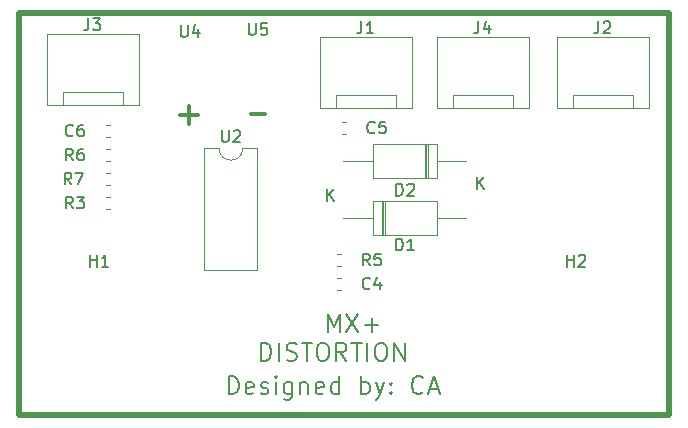
<source format=gbr>
%TF.GenerationSoftware,KiCad,Pcbnew,5.0.2-bee76a0~70~ubuntu18.04.1*%
%TF.CreationDate,2019-07-21T13:21:52-06:00*%
%TF.ProjectId,MX+ Distortion Pedal,4d582b20-4469-4737-946f-7274696f6e20,rev?*%
%TF.SameCoordinates,Original*%
%TF.FileFunction,Legend,Top*%
%TF.FilePolarity,Positive*%
%FSLAX46Y46*%
G04 Gerber Fmt 4.6, Leading zero omitted, Abs format (unit mm)*
G04 Created by KiCad (PCBNEW 5.0.2-bee76a0~70~ubuntu18.04.1) date Sun 21 Jul 2019 01:21:52 PM MDT*
%MOMM*%
%LPD*%
G01*
G04 APERTURE LIST*
%ADD10C,0.150000*%
%ADD11C,0.200000*%
%ADD12C,0.300000*%
%ADD13C,0.500000*%
%ADD14C,0.120000*%
G04 APERTURE END LIST*
D10*
X57726571Y-68242571D02*
X57726571Y-66742571D01*
X58083714Y-66742571D01*
X58298000Y-66814000D01*
X58440857Y-66956857D01*
X58512285Y-67099714D01*
X58583714Y-67385428D01*
X58583714Y-67599714D01*
X58512285Y-67885428D01*
X58440857Y-68028285D01*
X58298000Y-68171142D01*
X58083714Y-68242571D01*
X57726571Y-68242571D01*
X59798000Y-68171142D02*
X59655142Y-68242571D01*
X59369428Y-68242571D01*
X59226571Y-68171142D01*
X59155142Y-68028285D01*
X59155142Y-67456857D01*
X59226571Y-67314000D01*
X59369428Y-67242571D01*
X59655142Y-67242571D01*
X59798000Y-67314000D01*
X59869428Y-67456857D01*
X59869428Y-67599714D01*
X59155142Y-67742571D01*
X60440857Y-68171142D02*
X60583714Y-68242571D01*
X60869428Y-68242571D01*
X61012285Y-68171142D01*
X61083714Y-68028285D01*
X61083714Y-67956857D01*
X61012285Y-67814000D01*
X60869428Y-67742571D01*
X60655142Y-67742571D01*
X60512285Y-67671142D01*
X60440857Y-67528285D01*
X60440857Y-67456857D01*
X60512285Y-67314000D01*
X60655142Y-67242571D01*
X60869428Y-67242571D01*
X61012285Y-67314000D01*
X61726571Y-68242571D02*
X61726571Y-67242571D01*
X61726571Y-66742571D02*
X61655142Y-66814000D01*
X61726571Y-66885428D01*
X61798000Y-66814000D01*
X61726571Y-66742571D01*
X61726571Y-66885428D01*
X63083714Y-67242571D02*
X63083714Y-68456857D01*
X63012285Y-68599714D01*
X62940857Y-68671142D01*
X62798000Y-68742571D01*
X62583714Y-68742571D01*
X62440857Y-68671142D01*
X63083714Y-68171142D02*
X62940857Y-68242571D01*
X62655142Y-68242571D01*
X62512285Y-68171142D01*
X62440857Y-68099714D01*
X62369428Y-67956857D01*
X62369428Y-67528285D01*
X62440857Y-67385428D01*
X62512285Y-67314000D01*
X62655142Y-67242571D01*
X62940857Y-67242571D01*
X63083714Y-67314000D01*
X63798000Y-67242571D02*
X63798000Y-68242571D01*
X63798000Y-67385428D02*
X63869428Y-67314000D01*
X64012285Y-67242571D01*
X64226571Y-67242571D01*
X64369428Y-67314000D01*
X64440857Y-67456857D01*
X64440857Y-68242571D01*
X65726571Y-68171142D02*
X65583714Y-68242571D01*
X65298000Y-68242571D01*
X65155142Y-68171142D01*
X65083714Y-68028285D01*
X65083714Y-67456857D01*
X65155142Y-67314000D01*
X65298000Y-67242571D01*
X65583714Y-67242571D01*
X65726571Y-67314000D01*
X65798000Y-67456857D01*
X65798000Y-67599714D01*
X65083714Y-67742571D01*
X67083714Y-68242571D02*
X67083714Y-66742571D01*
X67083714Y-68171142D02*
X66940857Y-68242571D01*
X66655142Y-68242571D01*
X66512285Y-68171142D01*
X66440857Y-68099714D01*
X66369428Y-67956857D01*
X66369428Y-67528285D01*
X66440857Y-67385428D01*
X66512285Y-67314000D01*
X66655142Y-67242571D01*
X66940857Y-67242571D01*
X67083714Y-67314000D01*
X68940857Y-68242571D02*
X68940857Y-66742571D01*
X68940857Y-67314000D02*
X69083714Y-67242571D01*
X69369428Y-67242571D01*
X69512285Y-67314000D01*
X69583714Y-67385428D01*
X69655142Y-67528285D01*
X69655142Y-67956857D01*
X69583714Y-68099714D01*
X69512285Y-68171142D01*
X69369428Y-68242571D01*
X69083714Y-68242571D01*
X68940857Y-68171142D01*
X70155142Y-67242571D02*
X70512285Y-68242571D01*
X70869428Y-67242571D02*
X70512285Y-68242571D01*
X70369428Y-68599714D01*
X70298000Y-68671142D01*
X70155142Y-68742571D01*
X71440857Y-68099714D02*
X71512285Y-68171142D01*
X71440857Y-68242571D01*
X71369428Y-68171142D01*
X71440857Y-68099714D01*
X71440857Y-68242571D01*
X71440857Y-67314000D02*
X71512285Y-67385428D01*
X71440857Y-67456857D01*
X71369428Y-67385428D01*
X71440857Y-67314000D01*
X71440857Y-67456857D01*
X74155142Y-68099714D02*
X74083714Y-68171142D01*
X73869428Y-68242571D01*
X73726571Y-68242571D01*
X73512285Y-68171142D01*
X73369428Y-68028285D01*
X73298000Y-67885428D01*
X73226571Y-67599714D01*
X73226571Y-67385428D01*
X73298000Y-67099714D01*
X73369428Y-66956857D01*
X73512285Y-66814000D01*
X73726571Y-66742571D01*
X73869428Y-66742571D01*
X74083714Y-66814000D01*
X74155142Y-66885428D01*
X74726571Y-67814000D02*
X75440857Y-67814000D01*
X74583714Y-68242571D02*
X75083714Y-66742571D01*
X75583714Y-68242571D01*
D11*
X66119428Y-62953571D02*
X66119428Y-61453571D01*
X66619428Y-62525000D01*
X67119428Y-61453571D01*
X67119428Y-62953571D01*
X67690857Y-61453571D02*
X68690857Y-62953571D01*
X68690857Y-61453571D02*
X67690857Y-62953571D01*
X69262285Y-62382142D02*
X70405142Y-62382142D01*
X69833714Y-62953571D02*
X69833714Y-61810714D01*
X60476571Y-65403571D02*
X60476571Y-63903571D01*
X60833714Y-63903571D01*
X61048000Y-63975000D01*
X61190857Y-64117857D01*
X61262285Y-64260714D01*
X61333714Y-64546428D01*
X61333714Y-64760714D01*
X61262285Y-65046428D01*
X61190857Y-65189285D01*
X61048000Y-65332142D01*
X60833714Y-65403571D01*
X60476571Y-65403571D01*
X61976571Y-65403571D02*
X61976571Y-63903571D01*
X62619428Y-65332142D02*
X62833714Y-65403571D01*
X63190857Y-65403571D01*
X63333714Y-65332142D01*
X63405142Y-65260714D01*
X63476571Y-65117857D01*
X63476571Y-64975000D01*
X63405142Y-64832142D01*
X63333714Y-64760714D01*
X63190857Y-64689285D01*
X62905142Y-64617857D01*
X62762285Y-64546428D01*
X62690857Y-64475000D01*
X62619428Y-64332142D01*
X62619428Y-64189285D01*
X62690857Y-64046428D01*
X62762285Y-63975000D01*
X62905142Y-63903571D01*
X63262285Y-63903571D01*
X63476571Y-63975000D01*
X63905142Y-63903571D02*
X64762285Y-63903571D01*
X64333714Y-65403571D02*
X64333714Y-63903571D01*
X65548000Y-63903571D02*
X65833714Y-63903571D01*
X65976571Y-63975000D01*
X66119428Y-64117857D01*
X66190857Y-64403571D01*
X66190857Y-64903571D01*
X66119428Y-65189285D01*
X65976571Y-65332142D01*
X65833714Y-65403571D01*
X65548000Y-65403571D01*
X65405142Y-65332142D01*
X65262285Y-65189285D01*
X65190857Y-64903571D01*
X65190857Y-64403571D01*
X65262285Y-64117857D01*
X65405142Y-63975000D01*
X65548000Y-63903571D01*
X67690857Y-65403571D02*
X67190857Y-64689285D01*
X66833714Y-65403571D02*
X66833714Y-63903571D01*
X67405142Y-63903571D01*
X67548000Y-63975000D01*
X67619428Y-64046428D01*
X67690857Y-64189285D01*
X67690857Y-64403571D01*
X67619428Y-64546428D01*
X67548000Y-64617857D01*
X67405142Y-64689285D01*
X66833714Y-64689285D01*
X68119428Y-63903571D02*
X68976571Y-63903571D01*
X68548000Y-65403571D02*
X68548000Y-63903571D01*
X69476571Y-65403571D02*
X69476571Y-63903571D01*
X70476571Y-63903571D02*
X70762285Y-63903571D01*
X70905142Y-63975000D01*
X71048000Y-64117857D01*
X71119428Y-64403571D01*
X71119428Y-64903571D01*
X71048000Y-65189285D01*
X70905142Y-65332142D01*
X70762285Y-65403571D01*
X70476571Y-65403571D01*
X70333714Y-65332142D01*
X70190857Y-65189285D01*
X70119428Y-64903571D01*
X70119428Y-64403571D01*
X70190857Y-64117857D01*
X70333714Y-63975000D01*
X70476571Y-63903571D01*
X71762285Y-65403571D02*
X71762285Y-63903571D01*
X72619428Y-65403571D01*
X72619428Y-63903571D01*
D12*
X59626571Y-44557142D02*
X60769428Y-44557142D01*
X53594095Y-44592857D02*
X55117904Y-44592857D01*
X54356000Y-45354761D02*
X54356000Y-43830952D01*
D13*
X40000000Y-70000000D02*
X95000000Y-70000000D01*
X95000000Y-36000000D02*
X95000000Y-70000000D01*
X40000000Y-36000000D02*
X40000000Y-70000000D01*
X40000000Y-36000000D02*
X95000000Y-36000000D01*
D14*
X67227267Y-58418000D02*
X66884733Y-58418000D01*
X67227267Y-59438000D02*
X66884733Y-59438000D01*
X67279733Y-46230000D02*
X67622267Y-46230000D01*
X67279733Y-45210000D02*
X67622267Y-45210000D01*
X47326733Y-46484000D02*
X47669267Y-46484000D01*
X47326733Y-45464000D02*
X47669267Y-45464000D01*
X70704000Y-51870000D02*
X70704000Y-54810000D01*
X70944000Y-51870000D02*
X70944000Y-54810000D01*
X70824000Y-51870000D02*
X70824000Y-54810000D01*
X77854000Y-53340000D02*
X75364000Y-53340000D01*
X67434000Y-53340000D02*
X69924000Y-53340000D01*
X75364000Y-51870000D02*
X69924000Y-51870000D01*
X75364000Y-54810000D02*
X75364000Y-51870000D01*
X69924000Y-54810000D02*
X75364000Y-54810000D01*
X69924000Y-51870000D02*
X69924000Y-54810000D01*
X74584000Y-49984000D02*
X74584000Y-47044000D01*
X74344000Y-49984000D02*
X74344000Y-47044000D01*
X74464000Y-49984000D02*
X74464000Y-47044000D01*
X67434000Y-48514000D02*
X69924000Y-48514000D01*
X77854000Y-48514000D02*
X75364000Y-48514000D01*
X69924000Y-49984000D02*
X75364000Y-49984000D01*
X69924000Y-47044000D02*
X69924000Y-49984000D01*
X75364000Y-47044000D02*
X69924000Y-47044000D01*
X75364000Y-49984000D02*
X75364000Y-47044000D01*
X71882000Y-42930000D02*
X71882000Y-43940000D01*
X66802000Y-42930000D02*
X71882000Y-42930000D01*
X66802000Y-43940000D02*
X66802000Y-42930000D01*
X73252000Y-44040000D02*
X65452000Y-44040000D01*
X73252000Y-37990000D02*
X73252000Y-44040000D01*
X65452000Y-37990000D02*
X73252000Y-37990000D01*
X65452000Y-44040000D02*
X65452000Y-37990000D01*
X91948000Y-42930000D02*
X91948000Y-43940000D01*
X86868000Y-42930000D02*
X91948000Y-42930000D01*
X86868000Y-43940000D02*
X86868000Y-42930000D01*
X93318000Y-44040000D02*
X85518000Y-44040000D01*
X93318000Y-37990000D02*
X93318000Y-44040000D01*
X85518000Y-37990000D02*
X93318000Y-37990000D01*
X85518000Y-44040000D02*
X85518000Y-37990000D01*
X48768000Y-42676000D02*
X48768000Y-43686000D01*
X43688000Y-42676000D02*
X48768000Y-42676000D01*
X43688000Y-43686000D02*
X43688000Y-42676000D01*
X50138000Y-43786000D02*
X42338000Y-43786000D01*
X50138000Y-37736000D02*
X50138000Y-43786000D01*
X42338000Y-37736000D02*
X50138000Y-37736000D01*
X42338000Y-43786000D02*
X42338000Y-37736000D01*
X81788000Y-42930000D02*
X81788000Y-43940000D01*
X76708000Y-42930000D02*
X81788000Y-42930000D01*
X76708000Y-43940000D02*
X76708000Y-42930000D01*
X83158000Y-44040000D02*
X75358000Y-44040000D01*
X83158000Y-37990000D02*
X83158000Y-44040000D01*
X75358000Y-37990000D02*
X83158000Y-37990000D01*
X75358000Y-44040000D02*
X75358000Y-37990000D01*
X47669267Y-51560000D02*
X47326733Y-51560000D01*
X47669267Y-52580000D02*
X47326733Y-52580000D01*
X66884733Y-57406000D02*
X67227267Y-57406000D01*
X66884733Y-56386000D02*
X67227267Y-56386000D01*
X47669267Y-47496000D02*
X47326733Y-47496000D01*
X47669267Y-48516000D02*
X47326733Y-48516000D01*
X47326733Y-50548000D02*
X47669267Y-50548000D01*
X47326733Y-49528000D02*
X47669267Y-49528000D01*
X60162000Y-47438000D02*
X58912000Y-47438000D01*
X60162000Y-57718000D02*
X60162000Y-47438000D01*
X55662000Y-57718000D02*
X60162000Y-57718000D01*
X55662000Y-47438000D02*
X55662000Y-57718000D01*
X56912000Y-47438000D02*
X55662000Y-47438000D01*
X58912000Y-47438000D02*
G75*
G02X56912000Y-47438000I-1000000J0D01*
G01*
D10*
X86360095Y-57444380D02*
X86360095Y-56444380D01*
X86360095Y-56920571D02*
X86931523Y-56920571D01*
X86931523Y-57444380D02*
X86931523Y-56444380D01*
X87360095Y-56539619D02*
X87407714Y-56492000D01*
X87502952Y-56444380D01*
X87741047Y-56444380D01*
X87836285Y-56492000D01*
X87883904Y-56539619D01*
X87931523Y-56634857D01*
X87931523Y-56730095D01*
X87883904Y-56872952D01*
X87312476Y-57444380D01*
X87931523Y-57444380D01*
X45974095Y-57444380D02*
X45974095Y-56444380D01*
X45974095Y-56920571D02*
X46545523Y-56920571D01*
X46545523Y-57444380D02*
X46545523Y-56444380D01*
X47545523Y-57444380D02*
X46974095Y-57444380D01*
X47259809Y-57444380D02*
X47259809Y-56444380D01*
X47164571Y-56587238D01*
X47069333Y-56682476D01*
X46974095Y-56730095D01*
X69683333Y-59285142D02*
X69635714Y-59332761D01*
X69492857Y-59380380D01*
X69397619Y-59380380D01*
X69254761Y-59332761D01*
X69159523Y-59237523D01*
X69111904Y-59142285D01*
X69064285Y-58951809D01*
X69064285Y-58808952D01*
X69111904Y-58618476D01*
X69159523Y-58523238D01*
X69254761Y-58428000D01*
X69397619Y-58380380D01*
X69492857Y-58380380D01*
X69635714Y-58428000D01*
X69683333Y-58475619D01*
X70540476Y-58713714D02*
X70540476Y-59380380D01*
X70302380Y-58332761D02*
X70064285Y-59047047D01*
X70683333Y-59047047D01*
X70078333Y-46077142D02*
X70030714Y-46124761D01*
X69887857Y-46172380D01*
X69792619Y-46172380D01*
X69649761Y-46124761D01*
X69554523Y-46029523D01*
X69506904Y-45934285D01*
X69459285Y-45743809D01*
X69459285Y-45600952D01*
X69506904Y-45410476D01*
X69554523Y-45315238D01*
X69649761Y-45220000D01*
X69792619Y-45172380D01*
X69887857Y-45172380D01*
X70030714Y-45220000D01*
X70078333Y-45267619D01*
X70983095Y-45172380D02*
X70506904Y-45172380D01*
X70459285Y-45648571D01*
X70506904Y-45600952D01*
X70602142Y-45553333D01*
X70840238Y-45553333D01*
X70935476Y-45600952D01*
X70983095Y-45648571D01*
X71030714Y-45743809D01*
X71030714Y-45981904D01*
X70983095Y-46077142D01*
X70935476Y-46124761D01*
X70840238Y-46172380D01*
X70602142Y-46172380D01*
X70506904Y-46124761D01*
X70459285Y-46077142D01*
X44537333Y-46331142D02*
X44489714Y-46378761D01*
X44346857Y-46426380D01*
X44251619Y-46426380D01*
X44108761Y-46378761D01*
X44013523Y-46283523D01*
X43965904Y-46188285D01*
X43918285Y-45997809D01*
X43918285Y-45854952D01*
X43965904Y-45664476D01*
X44013523Y-45569238D01*
X44108761Y-45474000D01*
X44251619Y-45426380D01*
X44346857Y-45426380D01*
X44489714Y-45474000D01*
X44537333Y-45521619D01*
X45394476Y-45426380D02*
X45204000Y-45426380D01*
X45108761Y-45474000D01*
X45061142Y-45521619D01*
X44965904Y-45664476D01*
X44918285Y-45854952D01*
X44918285Y-46235904D01*
X44965904Y-46331142D01*
X45013523Y-46378761D01*
X45108761Y-46426380D01*
X45299238Y-46426380D01*
X45394476Y-46378761D01*
X45442095Y-46331142D01*
X45489714Y-46235904D01*
X45489714Y-45997809D01*
X45442095Y-45902571D01*
X45394476Y-45854952D01*
X45299238Y-45807333D01*
X45108761Y-45807333D01*
X45013523Y-45854952D01*
X44965904Y-45902571D01*
X44918285Y-45997809D01*
X71905904Y-56078380D02*
X71905904Y-55078380D01*
X72144000Y-55078380D01*
X72286857Y-55126000D01*
X72382095Y-55221238D01*
X72429714Y-55316476D01*
X72477333Y-55506952D01*
X72477333Y-55649809D01*
X72429714Y-55840285D01*
X72382095Y-55935523D01*
X72286857Y-56030761D01*
X72144000Y-56078380D01*
X71905904Y-56078380D01*
X73429714Y-56078380D02*
X72858285Y-56078380D01*
X73144000Y-56078380D02*
X73144000Y-55078380D01*
X73048761Y-55221238D01*
X72953523Y-55316476D01*
X72858285Y-55364095D01*
X66032095Y-51892380D02*
X66032095Y-50892380D01*
X66603523Y-51892380D02*
X66174952Y-51320952D01*
X66603523Y-50892380D02*
X66032095Y-51463809D01*
X71905904Y-51436380D02*
X71905904Y-50436380D01*
X72144000Y-50436380D01*
X72286857Y-50484000D01*
X72382095Y-50579238D01*
X72429714Y-50674476D01*
X72477333Y-50864952D01*
X72477333Y-51007809D01*
X72429714Y-51198285D01*
X72382095Y-51293523D01*
X72286857Y-51388761D01*
X72144000Y-51436380D01*
X71905904Y-51436380D01*
X72858285Y-50531619D02*
X72905904Y-50484000D01*
X73001142Y-50436380D01*
X73239238Y-50436380D01*
X73334476Y-50484000D01*
X73382095Y-50531619D01*
X73429714Y-50626857D01*
X73429714Y-50722095D01*
X73382095Y-50864952D01*
X72810666Y-51436380D01*
X73429714Y-51436380D01*
X78732095Y-50866380D02*
X78732095Y-49866380D01*
X79303523Y-50866380D02*
X78874952Y-50294952D01*
X79303523Y-49866380D02*
X78732095Y-50437809D01*
X68968666Y-36692380D02*
X68968666Y-37406666D01*
X68921047Y-37549523D01*
X68825809Y-37644761D01*
X68682952Y-37692380D01*
X68587714Y-37692380D01*
X69968666Y-37692380D02*
X69397238Y-37692380D01*
X69682952Y-37692380D02*
X69682952Y-36692380D01*
X69587714Y-36835238D01*
X69492476Y-36930476D01*
X69397238Y-36978095D01*
X89034666Y-36692380D02*
X89034666Y-37406666D01*
X88987047Y-37549523D01*
X88891809Y-37644761D01*
X88748952Y-37692380D01*
X88653714Y-37692380D01*
X89463238Y-36787619D02*
X89510857Y-36740000D01*
X89606095Y-36692380D01*
X89844190Y-36692380D01*
X89939428Y-36740000D01*
X89987047Y-36787619D01*
X90034666Y-36882857D01*
X90034666Y-36978095D01*
X89987047Y-37120952D01*
X89415619Y-37692380D01*
X90034666Y-37692380D01*
X45854666Y-36438380D02*
X45854666Y-37152666D01*
X45807047Y-37295523D01*
X45711809Y-37390761D01*
X45568952Y-37438380D01*
X45473714Y-37438380D01*
X46235619Y-36438380D02*
X46854666Y-36438380D01*
X46521333Y-36819333D01*
X46664190Y-36819333D01*
X46759428Y-36866952D01*
X46807047Y-36914571D01*
X46854666Y-37009809D01*
X46854666Y-37247904D01*
X46807047Y-37343142D01*
X46759428Y-37390761D01*
X46664190Y-37438380D01*
X46378476Y-37438380D01*
X46283238Y-37390761D01*
X46235619Y-37343142D01*
X78874666Y-36692380D02*
X78874666Y-37406666D01*
X78827047Y-37549523D01*
X78731809Y-37644761D01*
X78588952Y-37692380D01*
X78493714Y-37692380D01*
X79779428Y-37025714D02*
X79779428Y-37692380D01*
X79541333Y-36644761D02*
X79303238Y-37359047D01*
X79922285Y-37359047D01*
X44537333Y-52522380D02*
X44204000Y-52046190D01*
X43965904Y-52522380D02*
X43965904Y-51522380D01*
X44346857Y-51522380D01*
X44442095Y-51570000D01*
X44489714Y-51617619D01*
X44537333Y-51712857D01*
X44537333Y-51855714D01*
X44489714Y-51950952D01*
X44442095Y-51998571D01*
X44346857Y-52046190D01*
X43965904Y-52046190D01*
X44870666Y-51522380D02*
X45489714Y-51522380D01*
X45156380Y-51903333D01*
X45299238Y-51903333D01*
X45394476Y-51950952D01*
X45442095Y-51998571D01*
X45489714Y-52093809D01*
X45489714Y-52331904D01*
X45442095Y-52427142D01*
X45394476Y-52474761D01*
X45299238Y-52522380D01*
X45013523Y-52522380D01*
X44918285Y-52474761D01*
X44870666Y-52427142D01*
X69683333Y-57348380D02*
X69350000Y-56872190D01*
X69111904Y-57348380D02*
X69111904Y-56348380D01*
X69492857Y-56348380D01*
X69588095Y-56396000D01*
X69635714Y-56443619D01*
X69683333Y-56538857D01*
X69683333Y-56681714D01*
X69635714Y-56776952D01*
X69588095Y-56824571D01*
X69492857Y-56872190D01*
X69111904Y-56872190D01*
X70588095Y-56348380D02*
X70111904Y-56348380D01*
X70064285Y-56824571D01*
X70111904Y-56776952D01*
X70207142Y-56729333D01*
X70445238Y-56729333D01*
X70540476Y-56776952D01*
X70588095Y-56824571D01*
X70635714Y-56919809D01*
X70635714Y-57157904D01*
X70588095Y-57253142D01*
X70540476Y-57300761D01*
X70445238Y-57348380D01*
X70207142Y-57348380D01*
X70111904Y-57300761D01*
X70064285Y-57253142D01*
X44537333Y-48458380D02*
X44204000Y-47982190D01*
X43965904Y-48458380D02*
X43965904Y-47458380D01*
X44346857Y-47458380D01*
X44442095Y-47506000D01*
X44489714Y-47553619D01*
X44537333Y-47648857D01*
X44537333Y-47791714D01*
X44489714Y-47886952D01*
X44442095Y-47934571D01*
X44346857Y-47982190D01*
X43965904Y-47982190D01*
X45394476Y-47458380D02*
X45204000Y-47458380D01*
X45108761Y-47506000D01*
X45061142Y-47553619D01*
X44965904Y-47696476D01*
X44918285Y-47886952D01*
X44918285Y-48267904D01*
X44965904Y-48363142D01*
X45013523Y-48410761D01*
X45108761Y-48458380D01*
X45299238Y-48458380D01*
X45394476Y-48410761D01*
X45442095Y-48363142D01*
X45489714Y-48267904D01*
X45489714Y-48029809D01*
X45442095Y-47934571D01*
X45394476Y-47886952D01*
X45299238Y-47839333D01*
X45108761Y-47839333D01*
X45013523Y-47886952D01*
X44965904Y-47934571D01*
X44918285Y-48029809D01*
X44396333Y-50490380D02*
X44063000Y-50014190D01*
X43824904Y-50490380D02*
X43824904Y-49490380D01*
X44205857Y-49490380D01*
X44301095Y-49538000D01*
X44348714Y-49585619D01*
X44396333Y-49680857D01*
X44396333Y-49823714D01*
X44348714Y-49918952D01*
X44301095Y-49966571D01*
X44205857Y-50014190D01*
X43824904Y-50014190D01*
X44729666Y-49490380D02*
X45396333Y-49490380D01*
X44967761Y-50490380D01*
X57150095Y-45890380D02*
X57150095Y-46699904D01*
X57197714Y-46795142D01*
X57245333Y-46842761D01*
X57340571Y-46890380D01*
X57531047Y-46890380D01*
X57626285Y-46842761D01*
X57673904Y-46795142D01*
X57721523Y-46699904D01*
X57721523Y-45890380D01*
X58150095Y-45985619D02*
X58197714Y-45938000D01*
X58292952Y-45890380D01*
X58531047Y-45890380D01*
X58626285Y-45938000D01*
X58673904Y-45985619D01*
X58721523Y-46080857D01*
X58721523Y-46176095D01*
X58673904Y-46318952D01*
X58102476Y-46890380D01*
X58721523Y-46890380D01*
X53670295Y-36993580D02*
X53670295Y-37803104D01*
X53717914Y-37898342D01*
X53765533Y-37945961D01*
X53860771Y-37993580D01*
X54051247Y-37993580D01*
X54146485Y-37945961D01*
X54194104Y-37898342D01*
X54241723Y-37803104D01*
X54241723Y-36993580D01*
X55146485Y-37326914D02*
X55146485Y-37993580D01*
X54908390Y-36945961D02*
X54670295Y-37660247D01*
X55289342Y-37660247D01*
X59436095Y-36841180D02*
X59436095Y-37650704D01*
X59483714Y-37745942D01*
X59531333Y-37793561D01*
X59626571Y-37841180D01*
X59817047Y-37841180D01*
X59912285Y-37793561D01*
X59959904Y-37745942D01*
X60007523Y-37650704D01*
X60007523Y-36841180D01*
X60959904Y-36841180D02*
X60483714Y-36841180D01*
X60436095Y-37317371D01*
X60483714Y-37269752D01*
X60578952Y-37222133D01*
X60817047Y-37222133D01*
X60912285Y-37269752D01*
X60959904Y-37317371D01*
X61007523Y-37412609D01*
X61007523Y-37650704D01*
X60959904Y-37745942D01*
X60912285Y-37793561D01*
X60817047Y-37841180D01*
X60578952Y-37841180D01*
X60483714Y-37793561D01*
X60436095Y-37745942D01*
M02*

</source>
